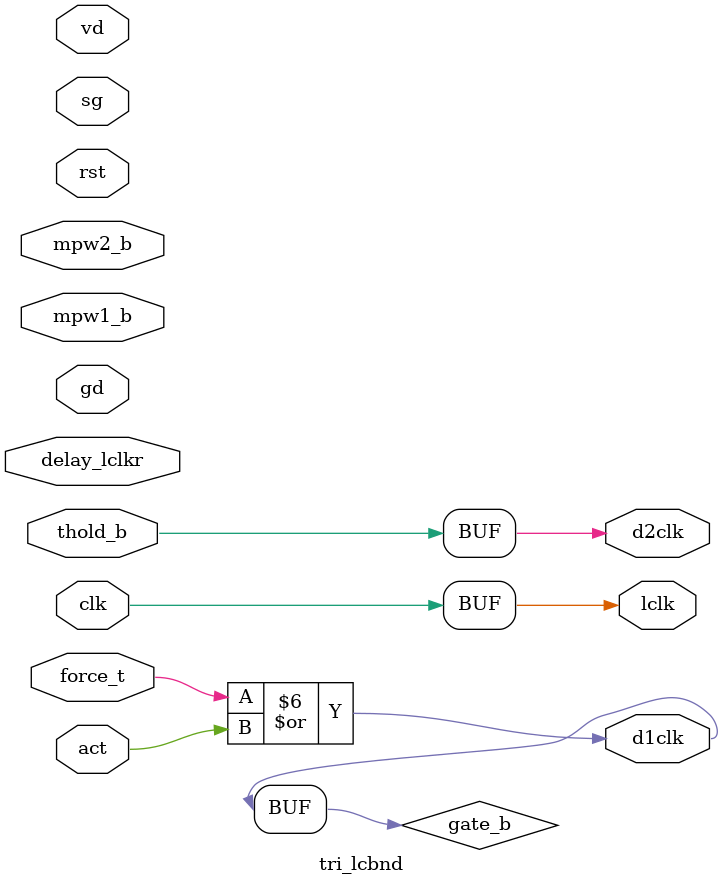
<source format=v>

`timescale 1 ns / 1 ns


`include "tri_a2o.vh"

module tri_lcbnd (
   vd,
   gd,
   act,
   delay_lclkr,
   mpw1_b,
   mpw2_b,
   clk,
   rst,
   force_t,
   sg,
   thold_b,
   d1clk,
   d2clk,
   lclk
);
   parameter                      DOMAIN_CROSSING = 0;

   inout      vd;
   inout      gd;
   input      act;
   input      delay_lclkr;
   input      mpw1_b;
   input      mpw2_b;
   input      clk;
   input      rst;
   input      force_t;
   input      sg;
   input      thold_b;
   output     d1clk;
   output     d2clk;
   output     lclk;

   // tri_lcbnd
   wire       gate_b;
    (* analysis_not_referenced="true" *)
   wire       unused;

   assign unused = vd | gd | delay_lclkr | mpw1_b | mpw2_b | sg;

   assign gate_b = force_t | act;

   assign d1clk = gate_b;
   assign d2clk = thold_b;
   assign lclk = clk;
endmodule

</source>
